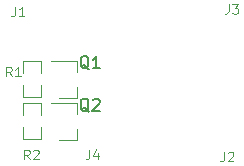
<source format=gto>
G04 #@! TF.GenerationSoftware,KiCad,Pcbnew,5.0.2-bee76a0~70~ubuntu16.04.1*
G04 #@! TF.CreationDate,2019-12-01T17:21:16-08:00*
G04 #@! TF.ProjectId,db9,6462392e-6b69-4636-9164-5f7063625858,1.0*
G04 #@! TF.SameCoordinates,PX8847b20PY3a2c940*
G04 #@! TF.FileFunction,Legend,Top*
G04 #@! TF.FilePolarity,Positive*
%FSLAX46Y46*%
G04 Gerber Fmt 4.6, Leading zero omitted, Abs format (unit mm)*
G04 Created by KiCad (PCBNEW 5.0.2-bee76a0~70~ubuntu16.04.1) date Sun 01 Dec 2019 05:21:16 PM PST*
%MOMM*%
%LPD*%
G01*
G04 APERTURE LIST*
%ADD10C,0.120000*%
%ADD11C,0.100000*%
%ADD12C,0.150000*%
G04 APERTURE END LIST*
D10*
G04 #@! TO.C,Q1*
X10360000Y-8280000D02*
X8900000Y-8280000D01*
X10360000Y-5120000D02*
X8200000Y-5120000D01*
X10360000Y-5120000D02*
X10360000Y-6050000D01*
X10360000Y-8280000D02*
X10360000Y-7350000D01*
G04 #@! TO.C,Q2*
X10360000Y-11880000D02*
X10360000Y-10950000D01*
X10360000Y-8720000D02*
X10360000Y-9650000D01*
X10360000Y-8720000D02*
X8200000Y-8720000D01*
X10360000Y-11880000D02*
X8900000Y-11880000D01*
D11*
G04 #@! TO.C,R1*
X5838000Y-8224000D02*
X5838000Y-7208000D01*
X7362000Y-8224000D02*
X5838000Y-8224000D01*
X7362000Y-7208000D02*
X7362000Y-8224000D01*
X7362000Y-5176000D02*
X7362000Y-6192000D01*
X5838000Y-5176000D02*
X7362000Y-5176000D01*
X5838000Y-6192000D02*
X5838000Y-5176000D01*
G04 #@! TO.C,R2*
X5838000Y-9739500D02*
X5838000Y-8723500D01*
X5838000Y-8723500D02*
X7362000Y-8723500D01*
X7362000Y-8723500D02*
X7362000Y-9739500D01*
X7362000Y-10755500D02*
X7362000Y-11771500D01*
X7362000Y-11771500D02*
X5838000Y-11771500D01*
X5838000Y-11771500D02*
X5838000Y-10755500D01*
G04 #@! TO.C,J4*
X11433333Y-12661904D02*
X11433333Y-13233333D01*
X11395238Y-13347619D01*
X11319047Y-13423809D01*
X11204761Y-13461904D01*
X11128571Y-13461904D01*
X12157142Y-12928571D02*
X12157142Y-13461904D01*
X11966666Y-12623809D02*
X11776190Y-13195238D01*
X12271428Y-13195238D01*
G04 #@! TO.C,J1*
X5133333Y-561904D02*
X5133333Y-1133333D01*
X5095238Y-1247619D01*
X5019047Y-1323809D01*
X4904761Y-1361904D01*
X4828571Y-1361904D01*
X5933333Y-1361904D02*
X5476190Y-1361904D01*
X5704761Y-1361904D02*
X5704761Y-561904D01*
X5628571Y-676190D01*
X5552380Y-752380D01*
X5476190Y-790476D01*
G04 #@! TO.C,J2*
X22833333Y-12861904D02*
X22833333Y-13433333D01*
X22795238Y-13547619D01*
X22719047Y-13623809D01*
X22604761Y-13661904D01*
X22528571Y-13661904D01*
X23176190Y-12938095D02*
X23214285Y-12900000D01*
X23290476Y-12861904D01*
X23480952Y-12861904D01*
X23557142Y-12900000D01*
X23595238Y-12938095D01*
X23633333Y-13014285D01*
X23633333Y-13090476D01*
X23595238Y-13204761D01*
X23138095Y-13661904D01*
X23633333Y-13661904D01*
G04 #@! TO.C,J3*
X23233333Y-361904D02*
X23233333Y-933333D01*
X23195238Y-1047619D01*
X23119047Y-1123809D01*
X23004761Y-1161904D01*
X22928571Y-1161904D01*
X23538095Y-361904D02*
X24033333Y-361904D01*
X23766666Y-666666D01*
X23880952Y-666666D01*
X23957142Y-704761D01*
X23995238Y-742857D01*
X24033333Y-819047D01*
X24033333Y-1009523D01*
X23995238Y-1085714D01*
X23957142Y-1123809D01*
X23880952Y-1161904D01*
X23652380Y-1161904D01*
X23576190Y-1123809D01*
X23538095Y-1085714D01*
G04 #@! TO.C,Q1*
D12*
X11404761Y-5847619D02*
X11309523Y-5800000D01*
X11214285Y-5704761D01*
X11071428Y-5561904D01*
X10976190Y-5514285D01*
X10880952Y-5514285D01*
X10928571Y-5752380D02*
X10833333Y-5704761D01*
X10738095Y-5609523D01*
X10690476Y-5419047D01*
X10690476Y-5085714D01*
X10738095Y-4895238D01*
X10833333Y-4800000D01*
X10928571Y-4752380D01*
X11119047Y-4752380D01*
X11214285Y-4800000D01*
X11309523Y-4895238D01*
X11357142Y-5085714D01*
X11357142Y-5419047D01*
X11309523Y-5609523D01*
X11214285Y-5704761D01*
X11119047Y-5752380D01*
X10928571Y-5752380D01*
X12309523Y-5752380D02*
X11738095Y-5752380D01*
X12023809Y-5752380D02*
X12023809Y-4752380D01*
X11928571Y-4895238D01*
X11833333Y-4990476D01*
X11738095Y-5038095D01*
G04 #@! TO.C,Q2*
X11404761Y-9447619D02*
X11309523Y-9400000D01*
X11214285Y-9304761D01*
X11071428Y-9161904D01*
X10976190Y-9114285D01*
X10880952Y-9114285D01*
X10928571Y-9352380D02*
X10833333Y-9304761D01*
X10738095Y-9209523D01*
X10690476Y-9019047D01*
X10690476Y-8685714D01*
X10738095Y-8495238D01*
X10833333Y-8400000D01*
X10928571Y-8352380D01*
X11119047Y-8352380D01*
X11214285Y-8400000D01*
X11309523Y-8495238D01*
X11357142Y-8685714D01*
X11357142Y-9019047D01*
X11309523Y-9209523D01*
X11214285Y-9304761D01*
X11119047Y-9352380D01*
X10928571Y-9352380D01*
X11738095Y-8447619D02*
X11785714Y-8400000D01*
X11880952Y-8352380D01*
X12119047Y-8352380D01*
X12214285Y-8400000D01*
X12261904Y-8447619D01*
X12309523Y-8542857D01*
X12309523Y-8638095D01*
X12261904Y-8780952D01*
X11690476Y-9352380D01*
X12309523Y-9352380D01*
G04 #@! TO.C,R1*
D11*
X4866666Y-6461904D02*
X4600000Y-6080952D01*
X4409523Y-6461904D02*
X4409523Y-5661904D01*
X4714285Y-5661904D01*
X4790476Y-5700000D01*
X4828571Y-5738095D01*
X4866666Y-5814285D01*
X4866666Y-5928571D01*
X4828571Y-6004761D01*
X4790476Y-6042857D01*
X4714285Y-6080952D01*
X4409523Y-6080952D01*
X5628571Y-6461904D02*
X5171428Y-6461904D01*
X5400000Y-6461904D02*
X5400000Y-5661904D01*
X5323809Y-5776190D01*
X5247619Y-5852380D01*
X5171428Y-5890476D01*
G04 #@! TO.C,R2*
X6366666Y-13461904D02*
X6100000Y-13080952D01*
X5909523Y-13461904D02*
X5909523Y-12661904D01*
X6214285Y-12661904D01*
X6290476Y-12700000D01*
X6328571Y-12738095D01*
X6366666Y-12814285D01*
X6366666Y-12928571D01*
X6328571Y-13004761D01*
X6290476Y-13042857D01*
X6214285Y-13080952D01*
X5909523Y-13080952D01*
X6671428Y-12738095D02*
X6709523Y-12700000D01*
X6785714Y-12661904D01*
X6976190Y-12661904D01*
X7052380Y-12700000D01*
X7090476Y-12738095D01*
X7128571Y-12814285D01*
X7128571Y-12890476D01*
X7090476Y-13004761D01*
X6633333Y-13461904D01*
X7128571Y-13461904D01*
G04 #@! TD*
M02*

</source>
